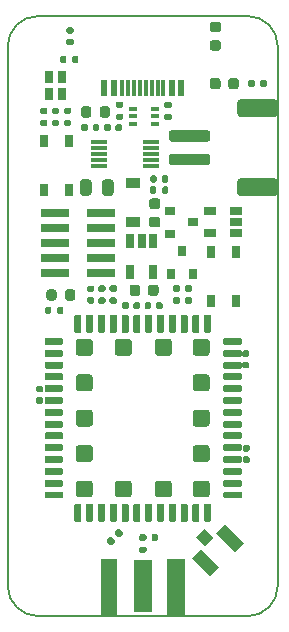
<source format=gtp>
G04 #@! TF.GenerationSoftware,KiCad,Pcbnew,(5.1.8)-1*
G04 #@! TF.CreationDate,2021-04-09T02:34:17+02:00*
G04 #@! TF.ProjectId,Penguino-STM32WL-M,50656e67-7569-46e6-9f2d-53544d333257,0.1*
G04 #@! TF.SameCoordinates,Original*
G04 #@! TF.FileFunction,Paste,Top*
G04 #@! TF.FilePolarity,Positive*
%FSLAX46Y46*%
G04 Gerber Fmt 4.6, Leading zero omitted, Abs format (unit mm)*
G04 Created by KiCad (PCBNEW (5.1.8)-1) date 2021-04-09 02:34:17*
%MOMM*%
%LPD*%
G01*
G04 APERTURE LIST*
G04 #@! TA.AperFunction,Profile*
%ADD10C,0.150000*%
G04 #@! TD*
%ADD11R,0.650000X0.400000*%
%ADD12R,1.200000X0.900000*%
%ADD13R,0.800000X1.000000*%
%ADD14R,2.400000X0.740000*%
%ADD15C,0.100000*%
%ADD16R,1.350000X4.700000*%
%ADD17R,1.500000X4.700000*%
%ADD18R,1.500000X4.400000*%
%ADD19R,0.900000X0.800000*%
%ADD20R,0.660000X1.050000*%
%ADD21R,1.060000X0.650000*%
%ADD22R,0.800000X0.900000*%
%ADD23R,1.400000X0.300000*%
%ADD24R,0.650000X1.220000*%
%ADD25R,0.300000X1.450000*%
%ADD26R,0.600000X1.450000*%
G04 APERTURE END LIST*
D10*
X127000000Y-119380000D02*
G75*
G02*
X124460000Y-116840000I0J2540000D01*
G01*
X147320000Y-116840000D02*
G75*
G02*
X144780000Y-119380000I-2540000J0D01*
G01*
X144780000Y-68580000D02*
G75*
G02*
X147320000Y-71120000I0J-2540000D01*
G01*
X124460000Y-71120000D02*
G75*
G02*
X127000000Y-68580000I2540000J0D01*
G01*
X124460000Y-116840000D02*
X124460000Y-71120000D01*
X144780000Y-119380000D02*
X127000000Y-119380000D01*
X147320000Y-71120000D02*
X147320000Y-116840000D01*
X127000000Y-68580000D02*
X144780000Y-68580000D01*
G36*
G01*
X138565000Y-92399999D02*
X138935000Y-92399999D01*
G75*
G02*
X139070000Y-92534999I0J-135000D01*
G01*
X139070000Y-92804999D01*
G75*
G02*
X138935000Y-92939999I-135000J0D01*
G01*
X138565000Y-92939999D01*
G75*
G02*
X138430000Y-92804999I0J135000D01*
G01*
X138430000Y-92534999D01*
G75*
G02*
X138565000Y-92399999I135000J0D01*
G01*
G37*
G36*
G01*
X138565000Y-91379999D02*
X138935000Y-91379999D01*
G75*
G02*
X139070000Y-91514999I0J-135000D01*
G01*
X139070000Y-91784999D01*
G75*
G02*
X138935000Y-91919999I-135000J0D01*
G01*
X138565000Y-91919999D01*
G75*
G02*
X138430000Y-91784999I0J135000D01*
G01*
X138430000Y-91514999D01*
G75*
G02*
X138565000Y-91379999I135000J0D01*
G01*
G37*
G36*
G01*
X133806327Y-112687625D02*
X133562375Y-112443673D01*
G75*
G02*
X133562375Y-112235077I104298J104298D01*
G01*
X133770971Y-112026481D01*
G75*
G02*
X133979567Y-112026481I104298J-104298D01*
G01*
X134223519Y-112270433D01*
G75*
G02*
X134223519Y-112479029I-104298J-104298D01*
G01*
X134014923Y-112687625D01*
G75*
G02*
X133806327Y-112687625I-104298J104298D01*
G01*
G37*
G36*
G01*
X133120433Y-113373519D02*
X132876481Y-113129567D01*
G75*
G02*
X132876481Y-112920971I104298J104298D01*
G01*
X133085077Y-112712375D01*
G75*
G02*
X133293673Y-112712375I104298J-104298D01*
G01*
X133537625Y-112956327D01*
G75*
G02*
X133537625Y-113164923I-104298J-104298D01*
G01*
X133329029Y-113373519D01*
G75*
G02*
X133120433Y-113373519I-104298J104298D01*
G01*
G37*
D11*
X135050000Y-77725000D03*
X135050000Y-76425000D03*
X136950000Y-77075000D03*
X135050000Y-77075000D03*
X136950000Y-76425000D03*
X136950000Y-77725000D03*
G36*
G01*
X143125000Y-74550000D02*
X143125000Y-74050000D01*
G75*
G02*
X143350000Y-73825000I225000J0D01*
G01*
X143800000Y-73825000D01*
G75*
G02*
X144025000Y-74050000I0J-225000D01*
G01*
X144025000Y-74550000D01*
G75*
G02*
X143800000Y-74775000I-225000J0D01*
G01*
X143350000Y-74775000D01*
G75*
G02*
X143125000Y-74550000I0J225000D01*
G01*
G37*
G36*
G01*
X141575000Y-74550000D02*
X141575000Y-74050000D01*
G75*
G02*
X141800000Y-73825000I225000J0D01*
G01*
X142250000Y-73825000D01*
G75*
G02*
X142475000Y-74050000I0J-225000D01*
G01*
X142475000Y-74550000D01*
G75*
G02*
X142250000Y-74775000I-225000J0D01*
G01*
X141800000Y-74775000D01*
G75*
G02*
X141575000Y-74550000I0J225000D01*
G01*
G37*
G36*
G01*
X137150000Y-84925000D02*
X136650000Y-84925000D01*
G75*
G02*
X136425000Y-84700000I0J225000D01*
G01*
X136425000Y-84250000D01*
G75*
G02*
X136650000Y-84025000I225000J0D01*
G01*
X137150000Y-84025000D01*
G75*
G02*
X137375000Y-84250000I0J-225000D01*
G01*
X137375000Y-84700000D01*
G75*
G02*
X137150000Y-84925000I-225000J0D01*
G01*
G37*
G36*
G01*
X137150000Y-86475000D02*
X136650000Y-86475000D01*
G75*
G02*
X136425000Y-86250000I0J225000D01*
G01*
X136425000Y-85800000D01*
G75*
G02*
X136650000Y-85575000I225000J0D01*
G01*
X137150000Y-85575000D01*
G75*
G02*
X137375000Y-85800000I0J-225000D01*
G01*
X137375000Y-86250000D01*
G75*
G02*
X137150000Y-86475000I-225000J0D01*
G01*
G37*
G36*
G01*
X134775000Y-92050000D02*
X134775000Y-91550000D01*
G75*
G02*
X135000000Y-91325000I225000J0D01*
G01*
X135450000Y-91325000D01*
G75*
G02*
X135675000Y-91550000I0J-225000D01*
G01*
X135675000Y-92050000D01*
G75*
G02*
X135450000Y-92275000I-225000J0D01*
G01*
X135000000Y-92275000D01*
G75*
G02*
X134775000Y-92050000I0J225000D01*
G01*
G37*
G36*
G01*
X136325000Y-92050000D02*
X136325000Y-91550000D01*
G75*
G02*
X136550000Y-91325000I225000J0D01*
G01*
X137000000Y-91325000D01*
G75*
G02*
X137225000Y-91550000I0J-225000D01*
G01*
X137225000Y-92050000D01*
G75*
G02*
X137000000Y-92275000I-225000J0D01*
G01*
X136550000Y-92275000D01*
G75*
G02*
X136325000Y-92050000I0J225000D01*
G01*
G37*
G36*
G01*
X141783750Y-70637500D02*
X142296250Y-70637500D01*
G75*
G02*
X142515000Y-70856250I0J-218750D01*
G01*
X142515000Y-71293750D01*
G75*
G02*
X142296250Y-71512500I-218750J0D01*
G01*
X141783750Y-71512500D01*
G75*
G02*
X141565000Y-71293750I0J218750D01*
G01*
X141565000Y-70856250D01*
G75*
G02*
X141783750Y-70637500I218750J0D01*
G01*
G37*
G36*
G01*
X141783750Y-69062500D02*
X142296250Y-69062500D01*
G75*
G02*
X142515000Y-69281250I0J-218750D01*
G01*
X142515000Y-69718750D01*
G75*
G02*
X142296250Y-69937500I-218750J0D01*
G01*
X141783750Y-69937500D01*
G75*
G02*
X141565000Y-69718750I0J218750D01*
G01*
X141565000Y-69281250D01*
G75*
G02*
X141783750Y-69062500I218750J0D01*
G01*
G37*
D12*
X135050000Y-86050000D03*
X135050000Y-82750000D03*
D13*
X127950000Y-75200000D03*
X127950000Y-73700000D03*
X129050000Y-73700000D03*
X129050000Y-75200000D03*
G36*
G01*
X127725000Y-92456250D02*
X127725000Y-91943750D01*
G75*
G02*
X127943750Y-91725000I218750J0D01*
G01*
X128381250Y-91725000D01*
G75*
G02*
X128600000Y-91943750I0J-218750D01*
G01*
X128600000Y-92456250D01*
G75*
G02*
X128381250Y-92675000I-218750J0D01*
G01*
X127943750Y-92675000D01*
G75*
G02*
X127725000Y-92456250I0J218750D01*
G01*
G37*
G36*
G01*
X129300000Y-92456250D02*
X129300000Y-91943750D01*
G75*
G02*
X129518750Y-91725000I218750J0D01*
G01*
X129956250Y-91725000D01*
G75*
G02*
X130175000Y-91943750I0J-218750D01*
G01*
X130175000Y-92456250D01*
G75*
G02*
X129956250Y-92675000I-218750J0D01*
G01*
X129518750Y-92675000D01*
G75*
G02*
X129300000Y-92456250I0J218750D01*
G01*
G37*
G36*
G01*
X130575000Y-83556250D02*
X130575000Y-82643750D01*
G75*
G02*
X130818750Y-82400000I243750J0D01*
G01*
X131306250Y-82400000D01*
G75*
G02*
X131550000Y-82643750I0J-243750D01*
G01*
X131550000Y-83556250D01*
G75*
G02*
X131306250Y-83800000I-243750J0D01*
G01*
X130818750Y-83800000D01*
G75*
G02*
X130575000Y-83556250I0J243750D01*
G01*
G37*
G36*
G01*
X132450000Y-83556250D02*
X132450000Y-82643750D01*
G75*
G02*
X132693750Y-82400000I243750J0D01*
G01*
X133181250Y-82400000D01*
G75*
G02*
X133425000Y-82643750I0J-243750D01*
G01*
X133425000Y-83556250D01*
G75*
G02*
X133181250Y-83800000I-243750J0D01*
G01*
X132693750Y-83800000D01*
G75*
G02*
X132450000Y-83556250I0J243750D01*
G01*
G37*
G36*
G01*
X133112500Y-76443750D02*
X133112500Y-76956250D01*
G75*
G02*
X132893750Y-77175000I-218750J0D01*
G01*
X132456250Y-77175000D01*
G75*
G02*
X132237500Y-76956250I0J218750D01*
G01*
X132237500Y-76443750D01*
G75*
G02*
X132456250Y-76225000I218750J0D01*
G01*
X132893750Y-76225000D01*
G75*
G02*
X133112500Y-76443750I0J-218750D01*
G01*
G37*
G36*
G01*
X131537500Y-76443750D02*
X131537500Y-76956250D01*
G75*
G02*
X131318750Y-77175000I-218750J0D01*
G01*
X130881250Y-77175000D01*
G75*
G02*
X130662500Y-76956250I0J218750D01*
G01*
X130662500Y-76443750D01*
G75*
G02*
X130881250Y-76225000I218750J0D01*
G01*
X131318750Y-76225000D01*
G75*
G02*
X131537500Y-76443750I0J-218750D01*
G01*
G37*
G36*
G01*
X141350000Y-81230000D02*
X138350000Y-81230000D01*
G75*
G02*
X138100000Y-80980000I0J250000D01*
G01*
X138100000Y-80480000D01*
G75*
G02*
X138350000Y-80230000I250000J0D01*
G01*
X141350000Y-80230000D01*
G75*
G02*
X141600000Y-80480000I0J-250000D01*
G01*
X141600000Y-80980000D01*
G75*
G02*
X141350000Y-81230000I-250000J0D01*
G01*
G37*
G36*
G01*
X141350000Y-79230000D02*
X138350000Y-79230000D01*
G75*
G02*
X138100000Y-78980000I0J250000D01*
G01*
X138100000Y-78480000D01*
G75*
G02*
X138350000Y-78230000I250000J0D01*
G01*
X141350000Y-78230000D01*
G75*
G02*
X141600000Y-78480000I0J-250000D01*
G01*
X141600000Y-78980000D01*
G75*
G02*
X141350000Y-79230000I-250000J0D01*
G01*
G37*
G36*
G01*
X147050000Y-83830000D02*
X144150000Y-83830000D01*
G75*
G02*
X143900000Y-83580000I0J250000D01*
G01*
X143900000Y-82580000D01*
G75*
G02*
X144150000Y-82330000I250000J0D01*
G01*
X147050000Y-82330000D01*
G75*
G02*
X147300000Y-82580000I0J-250000D01*
G01*
X147300000Y-83580000D01*
G75*
G02*
X147050000Y-83830000I-250000J0D01*
G01*
G37*
G36*
G01*
X147050000Y-77130000D02*
X144150000Y-77130000D01*
G75*
G02*
X143900000Y-76880000I0J250000D01*
G01*
X143900000Y-75880000D01*
G75*
G02*
X144150000Y-75630000I250000J0D01*
G01*
X147050000Y-75630000D01*
G75*
G02*
X147300000Y-75880000I0J-250000D01*
G01*
X147300000Y-76880000D01*
G75*
G02*
X147050000Y-77130000I-250000J0D01*
G01*
G37*
D14*
X132350000Y-90340000D03*
X128450000Y-90340000D03*
X132350000Y-89070000D03*
X128450000Y-89070000D03*
X132350000Y-87800000D03*
X128450000Y-87800000D03*
X132350000Y-86530000D03*
X128450000Y-86530000D03*
X132350000Y-85260000D03*
X128450000Y-85260000D03*
D15*
G36*
X140043844Y-114447272D02*
G01*
X140786307Y-113704809D01*
X142341942Y-115260444D01*
X141599479Y-116002907D01*
X140043844Y-114447272D01*
G37*
G36*
X140432754Y-112714860D02*
G01*
X141139860Y-112007754D01*
X141882322Y-112750216D01*
X141175216Y-113457322D01*
X140432754Y-112714860D01*
G37*
G36*
X142129809Y-112361307D02*
G01*
X142872272Y-111618844D01*
X144427907Y-113174479D01*
X143685444Y-113916942D01*
X142129809Y-112361307D01*
G37*
D16*
X133065000Y-116880000D03*
D17*
X138715000Y-116880000D03*
D18*
X135890000Y-116857000D03*
D19*
X138173000Y-85092500D03*
X138173000Y-86992500D03*
X140173000Y-86042500D03*
G36*
G01*
X129905000Y-72448000D02*
X129905000Y-72078000D01*
G75*
G02*
X130040000Y-71943000I135000J0D01*
G01*
X130310000Y-71943000D01*
G75*
G02*
X130445000Y-72078000I0J-135000D01*
G01*
X130445000Y-72448000D01*
G75*
G02*
X130310000Y-72583000I-135000J0D01*
G01*
X130040000Y-72583000D01*
G75*
G02*
X129905000Y-72448000I0J135000D01*
G01*
G37*
G36*
G01*
X128885000Y-72448000D02*
X128885000Y-72078000D01*
G75*
G02*
X129020000Y-71943000I135000J0D01*
G01*
X129290000Y-71943000D01*
G75*
G02*
X129425000Y-72078000I0J-135000D01*
G01*
X129425000Y-72448000D01*
G75*
G02*
X129290000Y-72583000I-135000J0D01*
G01*
X129020000Y-72583000D01*
G75*
G02*
X128885000Y-72448000I0J135000D01*
G01*
G37*
G36*
G01*
X145350001Y-74115000D02*
X145350001Y-74485000D01*
G75*
G02*
X145215001Y-74620000I-135000J0D01*
G01*
X144945001Y-74620000D01*
G75*
G02*
X144810001Y-74485000I0J135000D01*
G01*
X144810001Y-74115000D01*
G75*
G02*
X144945001Y-73980000I135000J0D01*
G01*
X145215001Y-73980000D01*
G75*
G02*
X145350001Y-74115000I0J-135000D01*
G01*
G37*
G36*
G01*
X146370001Y-74115000D02*
X146370001Y-74485000D01*
G75*
G02*
X146235001Y-74620000I-135000J0D01*
G01*
X145965001Y-74620000D01*
G75*
G02*
X145830001Y-74485000I0J135000D01*
G01*
X145830001Y-74115000D01*
G75*
G02*
X145965001Y-73980000I135000J0D01*
G01*
X146235001Y-73980000D01*
G75*
G02*
X146370001Y-74115000I0J-135000D01*
G01*
G37*
G36*
G01*
X138055000Y-83140000D02*
X138055000Y-83510000D01*
G75*
G02*
X137920000Y-83645000I-135000J0D01*
G01*
X137650000Y-83645000D01*
G75*
G02*
X137515000Y-83510000I0J135000D01*
G01*
X137515000Y-83140000D01*
G75*
G02*
X137650000Y-83005000I135000J0D01*
G01*
X137920000Y-83005000D01*
G75*
G02*
X138055000Y-83140000I0J-135000D01*
G01*
G37*
G36*
G01*
X137035000Y-83140000D02*
X137035000Y-83510000D01*
G75*
G02*
X136900000Y-83645000I-135000J0D01*
G01*
X136630000Y-83645000D01*
G75*
G02*
X136495000Y-83510000I0J135000D01*
G01*
X136495000Y-83140000D01*
G75*
G02*
X136630000Y-83005000I135000J0D01*
G01*
X136900000Y-83005000D01*
G75*
G02*
X137035000Y-83140000I0J-135000D01*
G01*
G37*
G36*
G01*
X128315000Y-76345000D02*
X128685000Y-76345000D01*
G75*
G02*
X128820000Y-76480000I0J-135000D01*
G01*
X128820000Y-76750000D01*
G75*
G02*
X128685000Y-76885000I-135000J0D01*
G01*
X128315000Y-76885000D01*
G75*
G02*
X128180000Y-76750000I0J135000D01*
G01*
X128180000Y-76480000D01*
G75*
G02*
X128315000Y-76345000I135000J0D01*
G01*
G37*
G36*
G01*
X128315000Y-77365000D02*
X128685000Y-77365000D01*
G75*
G02*
X128820000Y-77500000I0J-135000D01*
G01*
X128820000Y-77770000D01*
G75*
G02*
X128685000Y-77905000I-135000J0D01*
G01*
X128315000Y-77905000D01*
G75*
G02*
X128180000Y-77770000I0J135000D01*
G01*
X128180000Y-77500000D01*
G75*
G02*
X128315000Y-77365000I135000J0D01*
G01*
G37*
G36*
G01*
X129340000Y-77365000D02*
X129710000Y-77365000D01*
G75*
G02*
X129845000Y-77500000I0J-135000D01*
G01*
X129845000Y-77770000D01*
G75*
G02*
X129710000Y-77905000I-135000J0D01*
G01*
X129340000Y-77905000D01*
G75*
G02*
X129205000Y-77770000I0J135000D01*
G01*
X129205000Y-77500000D01*
G75*
G02*
X129340000Y-77365000I135000J0D01*
G01*
G37*
G36*
G01*
X129340000Y-76345000D02*
X129710000Y-76345000D01*
G75*
G02*
X129845000Y-76480000I0J-135000D01*
G01*
X129845000Y-76750000D01*
G75*
G02*
X129710000Y-76885000I-135000J0D01*
G01*
X129340000Y-76885000D01*
G75*
G02*
X129205000Y-76750000I0J135000D01*
G01*
X129205000Y-76480000D01*
G75*
G02*
X129340000Y-76345000I135000J0D01*
G01*
G37*
G36*
G01*
X127315000Y-76345000D02*
X127685000Y-76345000D01*
G75*
G02*
X127820000Y-76480000I0J-135000D01*
G01*
X127820000Y-76750000D01*
G75*
G02*
X127685000Y-76885000I-135000J0D01*
G01*
X127315000Y-76885000D01*
G75*
G02*
X127180000Y-76750000I0J135000D01*
G01*
X127180000Y-76480000D01*
G75*
G02*
X127315000Y-76345000I135000J0D01*
G01*
G37*
G36*
G01*
X127315000Y-77365000D02*
X127685000Y-77365000D01*
G75*
G02*
X127820000Y-77500000I0J-135000D01*
G01*
X127820000Y-77770000D01*
G75*
G02*
X127685000Y-77905000I-135000J0D01*
G01*
X127315000Y-77905000D01*
G75*
G02*
X127180000Y-77770000I0J135000D01*
G01*
X127180000Y-77500000D01*
G75*
G02*
X127315000Y-77365000I135000J0D01*
G01*
G37*
G36*
G01*
X128635000Y-93685000D02*
X128635000Y-93315000D01*
G75*
G02*
X128770000Y-93180000I135000J0D01*
G01*
X129040000Y-93180000D01*
G75*
G02*
X129175000Y-93315000I0J-135000D01*
G01*
X129175000Y-93685000D01*
G75*
G02*
X129040000Y-93820000I-135000J0D01*
G01*
X128770000Y-93820000D01*
G75*
G02*
X128635000Y-93685000I0J135000D01*
G01*
G37*
G36*
G01*
X127615000Y-93685000D02*
X127615000Y-93315000D01*
G75*
G02*
X127750000Y-93180000I135000J0D01*
G01*
X128020000Y-93180000D01*
G75*
G02*
X128155000Y-93315000I0J-135000D01*
G01*
X128155000Y-93685000D01*
G75*
G02*
X128020000Y-93820000I-135000J0D01*
G01*
X127750000Y-93820000D01*
G75*
G02*
X127615000Y-93685000I0J135000D01*
G01*
G37*
G36*
G01*
X133197500Y-91377000D02*
X133567500Y-91377000D01*
G75*
G02*
X133702500Y-91512000I0J-135000D01*
G01*
X133702500Y-91782000D01*
G75*
G02*
X133567500Y-91917000I-135000J0D01*
G01*
X133197500Y-91917000D01*
G75*
G02*
X133062500Y-91782000I0J135000D01*
G01*
X133062500Y-91512000D01*
G75*
G02*
X133197500Y-91377000I135000J0D01*
G01*
G37*
G36*
G01*
X133197500Y-92397000D02*
X133567500Y-92397000D01*
G75*
G02*
X133702500Y-92532000I0J-135000D01*
G01*
X133702500Y-92802000D01*
G75*
G02*
X133567500Y-92937000I-135000J0D01*
G01*
X133197500Y-92937000D01*
G75*
G02*
X133062500Y-92802000I0J135000D01*
G01*
X133062500Y-92532000D01*
G75*
G02*
X133197500Y-92397000I135000J0D01*
G01*
G37*
G36*
G01*
X132615000Y-92940999D02*
X132245000Y-92940999D01*
G75*
G02*
X132110000Y-92805999I0J135000D01*
G01*
X132110000Y-92535999D01*
G75*
G02*
X132245000Y-92400999I135000J0D01*
G01*
X132615000Y-92400999D01*
G75*
G02*
X132750000Y-92535999I0J-135000D01*
G01*
X132750000Y-92805999D01*
G75*
G02*
X132615000Y-92940999I-135000J0D01*
G01*
G37*
G36*
G01*
X132615000Y-91920999D02*
X132245000Y-91920999D01*
G75*
G02*
X132110000Y-91785999I0J135000D01*
G01*
X132110000Y-91515999D01*
G75*
G02*
X132245000Y-91380999I135000J0D01*
G01*
X132615000Y-91380999D01*
G75*
G02*
X132750000Y-91515999I0J-135000D01*
G01*
X132750000Y-91785999D01*
G75*
G02*
X132615000Y-91920999I-135000J0D01*
G01*
G37*
G36*
G01*
X135620000Y-112913632D02*
X135620000Y-112543632D01*
G75*
G02*
X135755000Y-112408632I135000J0D01*
G01*
X136025000Y-112408632D01*
G75*
G02*
X136160000Y-112543632I0J-135000D01*
G01*
X136160000Y-112913632D01*
G75*
G02*
X136025000Y-113048632I-135000J0D01*
G01*
X135755000Y-113048632D01*
G75*
G02*
X135620000Y-112913632I0J135000D01*
G01*
G37*
G36*
G01*
X136640000Y-112913632D02*
X136640000Y-112543632D01*
G75*
G02*
X136775000Y-112408632I135000J0D01*
G01*
X137045000Y-112408632D01*
G75*
G02*
X137180000Y-112543632I0J-135000D01*
G01*
X137180000Y-112913632D01*
G75*
G02*
X137045000Y-113048632I-135000J0D01*
G01*
X136775000Y-113048632D01*
G75*
G02*
X136640000Y-112913632I0J135000D01*
G01*
G37*
G36*
G01*
X136075000Y-113016500D02*
X135705000Y-113016500D01*
G75*
G02*
X135570000Y-112881500I0J135000D01*
G01*
X135570000Y-112611500D01*
G75*
G02*
X135705000Y-112476500I135000J0D01*
G01*
X136075000Y-112476500D01*
G75*
G02*
X136210000Y-112611500I0J-135000D01*
G01*
X136210000Y-112881500D01*
G75*
G02*
X136075000Y-113016500I-135000J0D01*
G01*
G37*
G36*
G01*
X136075000Y-114036500D02*
X135705000Y-114036500D01*
G75*
G02*
X135570000Y-113901500I0J135000D01*
G01*
X135570000Y-113631500D01*
G75*
G02*
X135705000Y-113496500I135000J0D01*
G01*
X136075000Y-113496500D01*
G75*
G02*
X136210000Y-113631500I0J-135000D01*
G01*
X136210000Y-113901500D01*
G75*
G02*
X136075000Y-114036500I-135000J0D01*
G01*
G37*
D20*
X127530000Y-83275000D03*
X129670000Y-83275000D03*
X127530000Y-79125000D03*
X129670000Y-79125000D03*
X143820000Y-88575000D03*
X141680000Y-88575000D03*
X143820000Y-92725000D03*
X141680000Y-92725000D03*
D21*
X141600000Y-86950000D03*
X141600000Y-85050000D03*
X143800000Y-85050000D03*
X143800000Y-86000000D03*
X143800000Y-86950000D03*
D22*
X139200000Y-88450000D03*
X140150000Y-90450000D03*
X138250000Y-90450000D03*
D23*
X132150000Y-79275000D03*
X132150000Y-79775000D03*
X132150000Y-80275000D03*
X132150000Y-80775000D03*
X132150000Y-81275000D03*
X136550000Y-81275000D03*
X136550000Y-80775000D03*
X136550000Y-80275000D03*
X136550000Y-79775000D03*
X136550000Y-79275000D03*
G36*
G01*
X134731320Y-97340000D02*
X133748680Y-97340000D01*
G75*
G02*
X133530000Y-97121320I0J218680D01*
G01*
X133530000Y-96138680D01*
G75*
G02*
X133748680Y-95920000I218680J0D01*
G01*
X134731320Y-95920000D01*
G75*
G02*
X134950000Y-96138680I0J-218680D01*
G01*
X134950000Y-97121320D01*
G75*
G02*
X134731320Y-97340000I-218680J0D01*
G01*
G37*
G36*
G01*
X138131320Y-97340000D02*
X137148680Y-97340000D01*
G75*
G02*
X136930000Y-97121320I0J218680D01*
G01*
X136930000Y-96138680D01*
G75*
G02*
X137148680Y-95920000I218680J0D01*
G01*
X138131320Y-95920000D01*
G75*
G02*
X138350000Y-96138680I0J-218680D01*
G01*
X138350000Y-97121320D01*
G75*
G02*
X138131320Y-97340000I-218680J0D01*
G01*
G37*
G36*
G01*
X138131320Y-109340000D02*
X137148680Y-109340000D01*
G75*
G02*
X136930000Y-109121320I0J218680D01*
G01*
X136930000Y-108138680D01*
G75*
G02*
X137148680Y-107920000I218680J0D01*
G01*
X138131320Y-107920000D01*
G75*
G02*
X138350000Y-108138680I0J-218680D01*
G01*
X138350000Y-109121320D01*
G75*
G02*
X138131320Y-109340000I-218680J0D01*
G01*
G37*
G36*
G01*
X134731320Y-109340000D02*
X133748680Y-109340000D01*
G75*
G02*
X133530000Y-109121320I0J218680D01*
G01*
X133530000Y-108138680D01*
G75*
G02*
X133748680Y-107920000I218680J0D01*
G01*
X134731320Y-107920000D01*
G75*
G02*
X134950000Y-108138680I0J-218680D01*
G01*
X134950000Y-109121320D01*
G75*
G02*
X134731320Y-109340000I-218680J0D01*
G01*
G37*
G36*
G01*
X131431320Y-97340000D02*
X130448680Y-97340000D01*
G75*
G02*
X130230000Y-97121320I0J218680D01*
G01*
X130230000Y-96138680D01*
G75*
G02*
X130448680Y-95920000I218680J0D01*
G01*
X131431320Y-95920000D01*
G75*
G02*
X131650000Y-96138680I0J-218680D01*
G01*
X131650000Y-97121320D01*
G75*
G02*
X131431320Y-97340000I-218680J0D01*
G01*
G37*
G36*
G01*
X131431320Y-100340000D02*
X130448680Y-100340000D01*
G75*
G02*
X130230000Y-100121320I0J218680D01*
G01*
X130230000Y-99138680D01*
G75*
G02*
X130448680Y-98920000I218680J0D01*
G01*
X131431320Y-98920000D01*
G75*
G02*
X131650000Y-99138680I0J-218680D01*
G01*
X131650000Y-100121320D01*
G75*
G02*
X131431320Y-100340000I-218680J0D01*
G01*
G37*
G36*
G01*
X131431320Y-103340000D02*
X130448680Y-103340000D01*
G75*
G02*
X130230000Y-103121320I0J218680D01*
G01*
X130230000Y-102138680D01*
G75*
G02*
X130448680Y-101920000I218680J0D01*
G01*
X131431320Y-101920000D01*
G75*
G02*
X131650000Y-102138680I0J-218680D01*
G01*
X131650000Y-103121320D01*
G75*
G02*
X131431320Y-103340000I-218680J0D01*
G01*
G37*
G36*
G01*
X131431320Y-106340000D02*
X130448680Y-106340000D01*
G75*
G02*
X130230000Y-106121320I0J218680D01*
G01*
X130230000Y-105138680D01*
G75*
G02*
X130448680Y-104920000I218680J0D01*
G01*
X131431320Y-104920000D01*
G75*
G02*
X131650000Y-105138680I0J-218680D01*
G01*
X131650000Y-106121320D01*
G75*
G02*
X131431320Y-106340000I-218680J0D01*
G01*
G37*
G36*
G01*
X131431320Y-109340000D02*
X130448680Y-109340000D01*
G75*
G02*
X130230000Y-109121320I0J218680D01*
G01*
X130230000Y-108138680D01*
G75*
G02*
X130448680Y-107920000I218680J0D01*
G01*
X131431320Y-107920000D01*
G75*
G02*
X131650000Y-108138680I0J-218680D01*
G01*
X131650000Y-109121320D01*
G75*
G02*
X131431320Y-109340000I-218680J0D01*
G01*
G37*
G36*
G01*
X141331320Y-106340000D02*
X140348680Y-106340000D01*
G75*
G02*
X140130000Y-106121320I0J218680D01*
G01*
X140130000Y-105138680D01*
G75*
G02*
X140348680Y-104920000I218680J0D01*
G01*
X141331320Y-104920000D01*
G75*
G02*
X141550000Y-105138680I0J-218680D01*
G01*
X141550000Y-106121320D01*
G75*
G02*
X141331320Y-106340000I-218680J0D01*
G01*
G37*
G36*
G01*
X141331320Y-97340000D02*
X140348680Y-97340000D01*
G75*
G02*
X140130000Y-97121320I0J218680D01*
G01*
X140130000Y-96138680D01*
G75*
G02*
X140348680Y-95920000I218680J0D01*
G01*
X141331320Y-95920000D01*
G75*
G02*
X141550000Y-96138680I0J-218680D01*
G01*
X141550000Y-97121320D01*
G75*
G02*
X141331320Y-97340000I-218680J0D01*
G01*
G37*
G36*
G01*
X141331320Y-100340000D02*
X140348680Y-100340000D01*
G75*
G02*
X140130000Y-100121320I0J218680D01*
G01*
X140130000Y-99138680D01*
G75*
G02*
X140348680Y-98920000I218680J0D01*
G01*
X141331320Y-98920000D01*
G75*
G02*
X141550000Y-99138680I0J-218680D01*
G01*
X141550000Y-100121320D01*
G75*
G02*
X141331320Y-100340000I-218680J0D01*
G01*
G37*
G36*
G01*
X141331320Y-103340000D02*
X140348680Y-103340000D01*
G75*
G02*
X140130000Y-103121320I0J218680D01*
G01*
X140130000Y-102138680D01*
G75*
G02*
X140348680Y-101920000I218680J0D01*
G01*
X141331320Y-101920000D01*
G75*
G02*
X141550000Y-102138680I0J-218680D01*
G01*
X141550000Y-103121320D01*
G75*
G02*
X141331320Y-103340000I-218680J0D01*
G01*
G37*
G36*
G01*
X141331320Y-109340000D02*
X140348680Y-109340000D01*
G75*
G02*
X140130000Y-109121320I0J218680D01*
G01*
X140130000Y-108138680D01*
G75*
G02*
X140348680Y-107920000I218680J0D01*
G01*
X141331320Y-107920000D01*
G75*
G02*
X141550000Y-108138680I0J-218680D01*
G01*
X141550000Y-109121320D01*
G75*
G02*
X141331320Y-109340000I-218680J0D01*
G01*
G37*
G36*
G01*
X130594140Y-111400000D02*
X130185860Y-111400000D01*
G75*
G02*
X130095000Y-111309140I0J90860D01*
G01*
X130095000Y-109950860D01*
G75*
G02*
X130185860Y-109860000I90860J0D01*
G01*
X130594140Y-109860000D01*
G75*
G02*
X130685000Y-109950860I0J-90860D01*
G01*
X130685000Y-111309140D01*
G75*
G02*
X130594140Y-111400000I-90860J0D01*
G01*
G37*
G36*
G01*
X131594140Y-111400000D02*
X131185860Y-111400000D01*
G75*
G02*
X131095000Y-111309140I0J90860D01*
G01*
X131095000Y-109950860D01*
G75*
G02*
X131185860Y-109860000I90860J0D01*
G01*
X131594140Y-109860000D01*
G75*
G02*
X131685000Y-109950860I0J-90860D01*
G01*
X131685000Y-111309140D01*
G75*
G02*
X131594140Y-111400000I-90860J0D01*
G01*
G37*
G36*
G01*
X132594140Y-111400000D02*
X132185860Y-111400000D01*
G75*
G02*
X132095000Y-111309140I0J90860D01*
G01*
X132095000Y-109950860D01*
G75*
G02*
X132185860Y-109860000I90860J0D01*
G01*
X132594140Y-109860000D01*
G75*
G02*
X132685000Y-109950860I0J-90860D01*
G01*
X132685000Y-111309140D01*
G75*
G02*
X132594140Y-111400000I-90860J0D01*
G01*
G37*
G36*
G01*
X133594140Y-111400000D02*
X133185860Y-111400000D01*
G75*
G02*
X133095000Y-111309140I0J90860D01*
G01*
X133095000Y-109950860D01*
G75*
G02*
X133185860Y-109860000I90860J0D01*
G01*
X133594140Y-109860000D01*
G75*
G02*
X133685000Y-109950860I0J-90860D01*
G01*
X133685000Y-111309140D01*
G75*
G02*
X133594140Y-111400000I-90860J0D01*
G01*
G37*
G36*
G01*
X134594140Y-111400000D02*
X134185860Y-111400000D01*
G75*
G02*
X134095000Y-111309140I0J90860D01*
G01*
X134095000Y-109950860D01*
G75*
G02*
X134185860Y-109860000I90860J0D01*
G01*
X134594140Y-109860000D01*
G75*
G02*
X134685000Y-109950860I0J-90860D01*
G01*
X134685000Y-111309140D01*
G75*
G02*
X134594140Y-111400000I-90860J0D01*
G01*
G37*
G36*
G01*
X135594140Y-111400000D02*
X135185860Y-111400000D01*
G75*
G02*
X135095000Y-111309140I0J90860D01*
G01*
X135095000Y-109950860D01*
G75*
G02*
X135185860Y-109860000I90860J0D01*
G01*
X135594140Y-109860000D01*
G75*
G02*
X135685000Y-109950860I0J-90860D01*
G01*
X135685000Y-111309140D01*
G75*
G02*
X135594140Y-111400000I-90860J0D01*
G01*
G37*
G36*
G01*
X136594140Y-111400000D02*
X136185860Y-111400000D01*
G75*
G02*
X136095000Y-111309140I0J90860D01*
G01*
X136095000Y-109950860D01*
G75*
G02*
X136185860Y-109860000I90860J0D01*
G01*
X136594140Y-109860000D01*
G75*
G02*
X136685000Y-109950860I0J-90860D01*
G01*
X136685000Y-111309140D01*
G75*
G02*
X136594140Y-111400000I-90860J0D01*
G01*
G37*
G36*
G01*
X137594140Y-111400000D02*
X137185860Y-111400000D01*
G75*
G02*
X137095000Y-111309140I0J90860D01*
G01*
X137095000Y-109950860D01*
G75*
G02*
X137185860Y-109860000I90860J0D01*
G01*
X137594140Y-109860000D01*
G75*
G02*
X137685000Y-109950860I0J-90860D01*
G01*
X137685000Y-111309140D01*
G75*
G02*
X137594140Y-111400000I-90860J0D01*
G01*
G37*
G36*
G01*
X138594140Y-111400000D02*
X138185860Y-111400000D01*
G75*
G02*
X138095000Y-111309140I0J90860D01*
G01*
X138095000Y-109950860D01*
G75*
G02*
X138185860Y-109860000I90860J0D01*
G01*
X138594140Y-109860000D01*
G75*
G02*
X138685000Y-109950860I0J-90860D01*
G01*
X138685000Y-111309140D01*
G75*
G02*
X138594140Y-111400000I-90860J0D01*
G01*
G37*
G36*
G01*
X139594140Y-111400000D02*
X139185860Y-111400000D01*
G75*
G02*
X139095000Y-111309140I0J90860D01*
G01*
X139095000Y-109950860D01*
G75*
G02*
X139185860Y-109860000I90860J0D01*
G01*
X139594140Y-109860000D01*
G75*
G02*
X139685000Y-109950860I0J-90860D01*
G01*
X139685000Y-111309140D01*
G75*
G02*
X139594140Y-111400000I-90860J0D01*
G01*
G37*
G36*
G01*
X140594140Y-111400000D02*
X140185860Y-111400000D01*
G75*
G02*
X140095000Y-111309140I0J90860D01*
G01*
X140095000Y-109950860D01*
G75*
G02*
X140185860Y-109860000I90860J0D01*
G01*
X140594140Y-109860000D01*
G75*
G02*
X140685000Y-109950860I0J-90860D01*
G01*
X140685000Y-111309140D01*
G75*
G02*
X140594140Y-111400000I-90860J0D01*
G01*
G37*
G36*
G01*
X127570000Y-96334140D02*
X127570000Y-95925860D01*
G75*
G02*
X127660860Y-95835000I90860J0D01*
G01*
X129019140Y-95835000D01*
G75*
G02*
X129110000Y-95925860I0J-90860D01*
G01*
X129110000Y-96334140D01*
G75*
G02*
X129019140Y-96425000I-90860J0D01*
G01*
X127660860Y-96425000D01*
G75*
G02*
X127570000Y-96334140I0J90860D01*
G01*
G37*
G36*
G01*
X127570000Y-97334140D02*
X127570000Y-96925860D01*
G75*
G02*
X127660860Y-96835000I90860J0D01*
G01*
X129019140Y-96835000D01*
G75*
G02*
X129110000Y-96925860I0J-90860D01*
G01*
X129110000Y-97334140D01*
G75*
G02*
X129019140Y-97425000I-90860J0D01*
G01*
X127660860Y-97425000D01*
G75*
G02*
X127570000Y-97334140I0J90860D01*
G01*
G37*
G36*
G01*
X127570000Y-98334140D02*
X127570000Y-97925860D01*
G75*
G02*
X127660860Y-97835000I90860J0D01*
G01*
X129019140Y-97835000D01*
G75*
G02*
X129110000Y-97925860I0J-90860D01*
G01*
X129110000Y-98334140D01*
G75*
G02*
X129019140Y-98425000I-90860J0D01*
G01*
X127660860Y-98425000D01*
G75*
G02*
X127570000Y-98334140I0J90860D01*
G01*
G37*
G36*
G01*
X127570000Y-99334140D02*
X127570000Y-98925860D01*
G75*
G02*
X127660860Y-98835000I90860J0D01*
G01*
X129019140Y-98835000D01*
G75*
G02*
X129110000Y-98925860I0J-90860D01*
G01*
X129110000Y-99334140D01*
G75*
G02*
X129019140Y-99425000I-90860J0D01*
G01*
X127660860Y-99425000D01*
G75*
G02*
X127570000Y-99334140I0J90860D01*
G01*
G37*
G36*
G01*
X127570000Y-100334140D02*
X127570000Y-99925860D01*
G75*
G02*
X127660860Y-99835000I90860J0D01*
G01*
X129019140Y-99835000D01*
G75*
G02*
X129110000Y-99925860I0J-90860D01*
G01*
X129110000Y-100334140D01*
G75*
G02*
X129019140Y-100425000I-90860J0D01*
G01*
X127660860Y-100425000D01*
G75*
G02*
X127570000Y-100334140I0J90860D01*
G01*
G37*
G36*
G01*
X127570000Y-101334140D02*
X127570000Y-100925860D01*
G75*
G02*
X127660860Y-100835000I90860J0D01*
G01*
X129019140Y-100835000D01*
G75*
G02*
X129110000Y-100925860I0J-90860D01*
G01*
X129110000Y-101334140D01*
G75*
G02*
X129019140Y-101425000I-90860J0D01*
G01*
X127660860Y-101425000D01*
G75*
G02*
X127570000Y-101334140I0J90860D01*
G01*
G37*
G36*
G01*
X127570000Y-102334140D02*
X127570000Y-101925860D01*
G75*
G02*
X127660860Y-101835000I90860J0D01*
G01*
X129019140Y-101835000D01*
G75*
G02*
X129110000Y-101925860I0J-90860D01*
G01*
X129110000Y-102334140D01*
G75*
G02*
X129019140Y-102425000I-90860J0D01*
G01*
X127660860Y-102425000D01*
G75*
G02*
X127570000Y-102334140I0J90860D01*
G01*
G37*
G36*
G01*
X127570000Y-103334140D02*
X127570000Y-102925860D01*
G75*
G02*
X127660860Y-102835000I90860J0D01*
G01*
X129019140Y-102835000D01*
G75*
G02*
X129110000Y-102925860I0J-90860D01*
G01*
X129110000Y-103334140D01*
G75*
G02*
X129019140Y-103425000I-90860J0D01*
G01*
X127660860Y-103425000D01*
G75*
G02*
X127570000Y-103334140I0J90860D01*
G01*
G37*
G36*
G01*
X127570000Y-104334140D02*
X127570000Y-103925860D01*
G75*
G02*
X127660860Y-103835000I90860J0D01*
G01*
X129019140Y-103835000D01*
G75*
G02*
X129110000Y-103925860I0J-90860D01*
G01*
X129110000Y-104334140D01*
G75*
G02*
X129019140Y-104425000I-90860J0D01*
G01*
X127660860Y-104425000D01*
G75*
G02*
X127570000Y-104334140I0J90860D01*
G01*
G37*
G36*
G01*
X127570000Y-105334140D02*
X127570000Y-104925860D01*
G75*
G02*
X127660860Y-104835000I90860J0D01*
G01*
X129019140Y-104835000D01*
G75*
G02*
X129110000Y-104925860I0J-90860D01*
G01*
X129110000Y-105334140D01*
G75*
G02*
X129019140Y-105425000I-90860J0D01*
G01*
X127660860Y-105425000D01*
G75*
G02*
X127570000Y-105334140I0J90860D01*
G01*
G37*
G36*
G01*
X127570000Y-106334140D02*
X127570000Y-105925860D01*
G75*
G02*
X127660860Y-105835000I90860J0D01*
G01*
X129019140Y-105835000D01*
G75*
G02*
X129110000Y-105925860I0J-90860D01*
G01*
X129110000Y-106334140D01*
G75*
G02*
X129019140Y-106425000I-90860J0D01*
G01*
X127660860Y-106425000D01*
G75*
G02*
X127570000Y-106334140I0J90860D01*
G01*
G37*
G36*
G01*
X127570000Y-107334140D02*
X127570000Y-106925860D01*
G75*
G02*
X127660860Y-106835000I90860J0D01*
G01*
X129019140Y-106835000D01*
G75*
G02*
X129110000Y-106925860I0J-90860D01*
G01*
X129110000Y-107334140D01*
G75*
G02*
X129019140Y-107425000I-90860J0D01*
G01*
X127660860Y-107425000D01*
G75*
G02*
X127570000Y-107334140I0J90860D01*
G01*
G37*
G36*
G01*
X127570000Y-108334140D02*
X127570000Y-107925860D01*
G75*
G02*
X127660860Y-107835000I90860J0D01*
G01*
X129019140Y-107835000D01*
G75*
G02*
X129110000Y-107925860I0J-90860D01*
G01*
X129110000Y-108334140D01*
G75*
G02*
X129019140Y-108425000I-90860J0D01*
G01*
X127660860Y-108425000D01*
G75*
G02*
X127570000Y-108334140I0J90860D01*
G01*
G37*
G36*
G01*
X130594140Y-95400000D02*
X130185860Y-95400000D01*
G75*
G02*
X130095000Y-95309140I0J90860D01*
G01*
X130095000Y-93950860D01*
G75*
G02*
X130185860Y-93860000I90860J0D01*
G01*
X130594140Y-93860000D01*
G75*
G02*
X130685000Y-93950860I0J-90860D01*
G01*
X130685000Y-95309140D01*
G75*
G02*
X130594140Y-95400000I-90860J0D01*
G01*
G37*
G36*
G01*
X131594140Y-95400000D02*
X131185860Y-95400000D01*
G75*
G02*
X131095000Y-95309140I0J90860D01*
G01*
X131095000Y-93950860D01*
G75*
G02*
X131185860Y-93860000I90860J0D01*
G01*
X131594140Y-93860000D01*
G75*
G02*
X131685000Y-93950860I0J-90860D01*
G01*
X131685000Y-95309140D01*
G75*
G02*
X131594140Y-95400000I-90860J0D01*
G01*
G37*
G36*
G01*
X132594140Y-95400000D02*
X132185860Y-95400000D01*
G75*
G02*
X132095000Y-95309140I0J90860D01*
G01*
X132095000Y-93950860D01*
G75*
G02*
X132185860Y-93860000I90860J0D01*
G01*
X132594140Y-93860000D01*
G75*
G02*
X132685000Y-93950860I0J-90860D01*
G01*
X132685000Y-95309140D01*
G75*
G02*
X132594140Y-95400000I-90860J0D01*
G01*
G37*
G36*
G01*
X133594140Y-95400000D02*
X133185860Y-95400000D01*
G75*
G02*
X133095000Y-95309140I0J90860D01*
G01*
X133095000Y-93950860D01*
G75*
G02*
X133185860Y-93860000I90860J0D01*
G01*
X133594140Y-93860000D01*
G75*
G02*
X133685000Y-93950860I0J-90860D01*
G01*
X133685000Y-95309140D01*
G75*
G02*
X133594140Y-95400000I-90860J0D01*
G01*
G37*
G36*
G01*
X134594140Y-95400000D02*
X134185860Y-95400000D01*
G75*
G02*
X134095000Y-95309140I0J90860D01*
G01*
X134095000Y-93950860D01*
G75*
G02*
X134185860Y-93860000I90860J0D01*
G01*
X134594140Y-93860000D01*
G75*
G02*
X134685000Y-93950860I0J-90860D01*
G01*
X134685000Y-95309140D01*
G75*
G02*
X134594140Y-95400000I-90860J0D01*
G01*
G37*
G36*
G01*
X135594140Y-95400000D02*
X135185860Y-95400000D01*
G75*
G02*
X135095000Y-95309140I0J90860D01*
G01*
X135095000Y-93950860D01*
G75*
G02*
X135185860Y-93860000I90860J0D01*
G01*
X135594140Y-93860000D01*
G75*
G02*
X135685000Y-93950860I0J-90860D01*
G01*
X135685000Y-95309140D01*
G75*
G02*
X135594140Y-95400000I-90860J0D01*
G01*
G37*
G36*
G01*
X136594140Y-95400000D02*
X136185860Y-95400000D01*
G75*
G02*
X136095000Y-95309140I0J90860D01*
G01*
X136095000Y-93950860D01*
G75*
G02*
X136185860Y-93860000I90860J0D01*
G01*
X136594140Y-93860000D01*
G75*
G02*
X136685000Y-93950860I0J-90860D01*
G01*
X136685000Y-95309140D01*
G75*
G02*
X136594140Y-95400000I-90860J0D01*
G01*
G37*
G36*
G01*
X137594140Y-95400000D02*
X137185860Y-95400000D01*
G75*
G02*
X137095000Y-95309140I0J90860D01*
G01*
X137095000Y-93950860D01*
G75*
G02*
X137185860Y-93860000I90860J0D01*
G01*
X137594140Y-93860000D01*
G75*
G02*
X137685000Y-93950860I0J-90860D01*
G01*
X137685000Y-95309140D01*
G75*
G02*
X137594140Y-95400000I-90860J0D01*
G01*
G37*
G36*
G01*
X138594140Y-95400000D02*
X138185860Y-95400000D01*
G75*
G02*
X138095000Y-95309140I0J90860D01*
G01*
X138095000Y-93950860D01*
G75*
G02*
X138185860Y-93860000I90860J0D01*
G01*
X138594140Y-93860000D01*
G75*
G02*
X138685000Y-93950860I0J-90860D01*
G01*
X138685000Y-95309140D01*
G75*
G02*
X138594140Y-95400000I-90860J0D01*
G01*
G37*
G36*
G01*
X139594140Y-95400000D02*
X139185860Y-95400000D01*
G75*
G02*
X139095000Y-95309140I0J90860D01*
G01*
X139095000Y-93950860D01*
G75*
G02*
X139185860Y-93860000I90860J0D01*
G01*
X139594140Y-93860000D01*
G75*
G02*
X139685000Y-93950860I0J-90860D01*
G01*
X139685000Y-95309140D01*
G75*
G02*
X139594140Y-95400000I-90860J0D01*
G01*
G37*
G36*
G01*
X140594140Y-95400000D02*
X140185860Y-95400000D01*
G75*
G02*
X140095000Y-95309140I0J90860D01*
G01*
X140095000Y-93950860D01*
G75*
G02*
X140185860Y-93860000I90860J0D01*
G01*
X140594140Y-93860000D01*
G75*
G02*
X140685000Y-93950860I0J-90860D01*
G01*
X140685000Y-95309140D01*
G75*
G02*
X140594140Y-95400000I-90860J0D01*
G01*
G37*
G36*
G01*
X142720000Y-96334140D02*
X142720000Y-95925860D01*
G75*
G02*
X142810860Y-95835000I90860J0D01*
G01*
X144169140Y-95835000D01*
G75*
G02*
X144260000Y-95925860I0J-90860D01*
G01*
X144260000Y-96334140D01*
G75*
G02*
X144169140Y-96425000I-90860J0D01*
G01*
X142810860Y-96425000D01*
G75*
G02*
X142720000Y-96334140I0J90860D01*
G01*
G37*
G36*
G01*
X142720000Y-97334140D02*
X142720000Y-96925860D01*
G75*
G02*
X142810860Y-96835000I90860J0D01*
G01*
X144169140Y-96835000D01*
G75*
G02*
X144260000Y-96925860I0J-90860D01*
G01*
X144260000Y-97334140D01*
G75*
G02*
X144169140Y-97425000I-90860J0D01*
G01*
X142810860Y-97425000D01*
G75*
G02*
X142720000Y-97334140I0J90860D01*
G01*
G37*
G36*
G01*
X142720000Y-98334140D02*
X142720000Y-97925860D01*
G75*
G02*
X142810860Y-97835000I90860J0D01*
G01*
X144169140Y-97835000D01*
G75*
G02*
X144260000Y-97925860I0J-90860D01*
G01*
X144260000Y-98334140D01*
G75*
G02*
X144169140Y-98425000I-90860J0D01*
G01*
X142810860Y-98425000D01*
G75*
G02*
X142720000Y-98334140I0J90860D01*
G01*
G37*
G36*
G01*
X142720000Y-99334140D02*
X142720000Y-98925860D01*
G75*
G02*
X142810860Y-98835000I90860J0D01*
G01*
X144169140Y-98835000D01*
G75*
G02*
X144260000Y-98925860I0J-90860D01*
G01*
X144260000Y-99334140D01*
G75*
G02*
X144169140Y-99425000I-90860J0D01*
G01*
X142810860Y-99425000D01*
G75*
G02*
X142720000Y-99334140I0J90860D01*
G01*
G37*
G36*
G01*
X142720000Y-100334140D02*
X142720000Y-99925860D01*
G75*
G02*
X142810860Y-99835000I90860J0D01*
G01*
X144169140Y-99835000D01*
G75*
G02*
X144260000Y-99925860I0J-90860D01*
G01*
X144260000Y-100334140D01*
G75*
G02*
X144169140Y-100425000I-90860J0D01*
G01*
X142810860Y-100425000D01*
G75*
G02*
X142720000Y-100334140I0J90860D01*
G01*
G37*
G36*
G01*
X142720000Y-101334140D02*
X142720000Y-100925860D01*
G75*
G02*
X142810860Y-100835000I90860J0D01*
G01*
X144169140Y-100835000D01*
G75*
G02*
X144260000Y-100925860I0J-90860D01*
G01*
X144260000Y-101334140D01*
G75*
G02*
X144169140Y-101425000I-90860J0D01*
G01*
X142810860Y-101425000D01*
G75*
G02*
X142720000Y-101334140I0J90860D01*
G01*
G37*
G36*
G01*
X142720000Y-102334140D02*
X142720000Y-101925860D01*
G75*
G02*
X142810860Y-101835000I90860J0D01*
G01*
X144169140Y-101835000D01*
G75*
G02*
X144260000Y-101925860I0J-90860D01*
G01*
X144260000Y-102334140D01*
G75*
G02*
X144169140Y-102425000I-90860J0D01*
G01*
X142810860Y-102425000D01*
G75*
G02*
X142720000Y-102334140I0J90860D01*
G01*
G37*
G36*
G01*
X142720000Y-103334140D02*
X142720000Y-102925860D01*
G75*
G02*
X142810860Y-102835000I90860J0D01*
G01*
X144169140Y-102835000D01*
G75*
G02*
X144260000Y-102925860I0J-90860D01*
G01*
X144260000Y-103334140D01*
G75*
G02*
X144169140Y-103425000I-90860J0D01*
G01*
X142810860Y-103425000D01*
G75*
G02*
X142720000Y-103334140I0J90860D01*
G01*
G37*
G36*
G01*
X142720000Y-104334140D02*
X142720000Y-103925860D01*
G75*
G02*
X142810860Y-103835000I90860J0D01*
G01*
X144169140Y-103835000D01*
G75*
G02*
X144260000Y-103925860I0J-90860D01*
G01*
X144260000Y-104334140D01*
G75*
G02*
X144169140Y-104425000I-90860J0D01*
G01*
X142810860Y-104425000D01*
G75*
G02*
X142720000Y-104334140I0J90860D01*
G01*
G37*
G36*
G01*
X142720000Y-105334140D02*
X142720000Y-104925860D01*
G75*
G02*
X142810860Y-104835000I90860J0D01*
G01*
X144169140Y-104835000D01*
G75*
G02*
X144260000Y-104925860I0J-90860D01*
G01*
X144260000Y-105334140D01*
G75*
G02*
X144169140Y-105425000I-90860J0D01*
G01*
X142810860Y-105425000D01*
G75*
G02*
X142720000Y-105334140I0J90860D01*
G01*
G37*
G36*
G01*
X142720000Y-106334140D02*
X142720000Y-105925860D01*
G75*
G02*
X142810860Y-105835000I90860J0D01*
G01*
X144169140Y-105835000D01*
G75*
G02*
X144260000Y-105925860I0J-90860D01*
G01*
X144260000Y-106334140D01*
G75*
G02*
X144169140Y-106425000I-90860J0D01*
G01*
X142810860Y-106425000D01*
G75*
G02*
X142720000Y-106334140I0J90860D01*
G01*
G37*
G36*
G01*
X142720000Y-107334140D02*
X142720000Y-106925860D01*
G75*
G02*
X142810860Y-106835000I90860J0D01*
G01*
X144169140Y-106835000D01*
G75*
G02*
X144260000Y-106925860I0J-90860D01*
G01*
X144260000Y-107334140D01*
G75*
G02*
X144169140Y-107425000I-90860J0D01*
G01*
X142810860Y-107425000D01*
G75*
G02*
X142720000Y-107334140I0J90860D01*
G01*
G37*
G36*
G01*
X142720000Y-108334140D02*
X142720000Y-107925860D01*
G75*
G02*
X142810860Y-107835000I90860J0D01*
G01*
X144169140Y-107835000D01*
G75*
G02*
X144260000Y-107925860I0J-90860D01*
G01*
X144260000Y-108334140D01*
G75*
G02*
X144169140Y-108425000I-90860J0D01*
G01*
X142810860Y-108425000D01*
G75*
G02*
X142720000Y-108334140I0J90860D01*
G01*
G37*
G36*
G01*
X141594140Y-111400000D02*
X141185860Y-111400000D01*
G75*
G02*
X141095000Y-111309140I0J90860D01*
G01*
X141095000Y-109950860D01*
G75*
G02*
X141185860Y-109860000I90860J0D01*
G01*
X141594140Y-109860000D01*
G75*
G02*
X141685000Y-109950860I0J-90860D01*
G01*
X141685000Y-111309140D01*
G75*
G02*
X141594140Y-111400000I-90860J0D01*
G01*
G37*
G36*
G01*
X127570000Y-109334140D02*
X127570000Y-108925860D01*
G75*
G02*
X127660860Y-108835000I90860J0D01*
G01*
X129019140Y-108835000D01*
G75*
G02*
X129110000Y-108925860I0J-90860D01*
G01*
X129110000Y-109334140D01*
G75*
G02*
X129019140Y-109425000I-90860J0D01*
G01*
X127660860Y-109425000D01*
G75*
G02*
X127570000Y-109334140I0J90860D01*
G01*
G37*
G36*
G01*
X142720000Y-109334140D02*
X142720000Y-108925860D01*
G75*
G02*
X142810860Y-108835000I90860J0D01*
G01*
X144169140Y-108835000D01*
G75*
G02*
X144260000Y-108925860I0J-90860D01*
G01*
X144260000Y-109334140D01*
G75*
G02*
X144169140Y-109425000I-90860J0D01*
G01*
X142810860Y-109425000D01*
G75*
G02*
X142720000Y-109334140I0J90860D01*
G01*
G37*
G36*
G01*
X141594140Y-95400000D02*
X141185860Y-95400000D01*
G75*
G02*
X141095000Y-95309140I0J90860D01*
G01*
X141095000Y-93950860D01*
G75*
G02*
X141185860Y-93860000I90860J0D01*
G01*
X141594140Y-93860000D01*
G75*
G02*
X141685000Y-93950860I0J-90860D01*
G01*
X141685000Y-95309140D01*
G75*
G02*
X141594140Y-95400000I-90860J0D01*
G01*
G37*
G36*
G01*
X131307500Y-91399000D02*
X131647500Y-91399000D01*
G75*
G02*
X131787500Y-91539000I0J-140000D01*
G01*
X131787500Y-91819000D01*
G75*
G02*
X131647500Y-91959000I-140000J0D01*
G01*
X131307500Y-91959000D01*
G75*
G02*
X131167500Y-91819000I0J140000D01*
G01*
X131167500Y-91539000D01*
G75*
G02*
X131307500Y-91399000I140000J0D01*
G01*
G37*
G36*
G01*
X131307500Y-92359000D02*
X131647500Y-92359000D01*
G75*
G02*
X131787500Y-92499000I0J-140000D01*
G01*
X131787500Y-92779000D01*
G75*
G02*
X131647500Y-92919000I-140000J0D01*
G01*
X131307500Y-92919000D01*
G75*
G02*
X131167500Y-92779000I0J140000D01*
G01*
X131167500Y-92499000D01*
G75*
G02*
X131307500Y-92359000I140000J0D01*
G01*
G37*
D24*
X136750000Y-87590000D03*
X135800000Y-87590000D03*
X134850000Y-87590000D03*
X134850000Y-90210000D03*
X136750000Y-90210000D03*
G36*
G01*
X138040000Y-82205000D02*
X138040000Y-82545000D01*
G75*
G02*
X137900000Y-82685000I-140000J0D01*
G01*
X137620000Y-82685000D01*
G75*
G02*
X137480000Y-82545000I0J140000D01*
G01*
X137480000Y-82205000D01*
G75*
G02*
X137620000Y-82065000I140000J0D01*
G01*
X137900000Y-82065000D01*
G75*
G02*
X138040000Y-82205000I0J-140000D01*
G01*
G37*
G36*
G01*
X137080000Y-82205000D02*
X137080000Y-82545000D01*
G75*
G02*
X136940000Y-82685000I-140000J0D01*
G01*
X136660000Y-82685000D01*
G75*
G02*
X136520000Y-82545000I0J140000D01*
G01*
X136520000Y-82205000D01*
G75*
G02*
X136660000Y-82065000I140000J0D01*
G01*
X136940000Y-82065000D01*
G75*
G02*
X137080000Y-82205000I0J-140000D01*
G01*
G37*
D25*
X136140000Y-74645000D03*
X134140000Y-74645000D03*
X134640000Y-74645000D03*
X135140000Y-74645000D03*
X135640000Y-74645000D03*
X136640000Y-74645000D03*
X137140000Y-74645000D03*
X137640000Y-74645000D03*
D26*
X132640000Y-74645000D03*
X133440000Y-74645000D03*
X138340000Y-74645000D03*
X139140000Y-74645000D03*
X139140000Y-74645000D03*
X138340000Y-74645000D03*
X133440000Y-74645000D03*
X132640000Y-74645000D03*
G36*
G01*
X138210000Y-76375000D02*
X137840000Y-76375000D01*
G75*
G02*
X137705000Y-76240000I0J135000D01*
G01*
X137705000Y-75970000D01*
G75*
G02*
X137840000Y-75835000I135000J0D01*
G01*
X138210000Y-75835000D01*
G75*
G02*
X138345000Y-75970000I0J-135000D01*
G01*
X138345000Y-76240000D01*
G75*
G02*
X138210000Y-76375000I-135000J0D01*
G01*
G37*
G36*
G01*
X138210000Y-77395000D02*
X137840000Y-77395000D01*
G75*
G02*
X137705000Y-77260000I0J135000D01*
G01*
X137705000Y-76990000D01*
G75*
G02*
X137840000Y-76855000I135000J0D01*
G01*
X138210000Y-76855000D01*
G75*
G02*
X138345000Y-76990000I0J-135000D01*
G01*
X138345000Y-77260000D01*
G75*
G02*
X138210000Y-77395000I-135000J0D01*
G01*
G37*
G36*
G01*
X134110000Y-77380000D02*
X133740000Y-77380000D01*
G75*
G02*
X133605000Y-77245000I0J135000D01*
G01*
X133605000Y-76975000D01*
G75*
G02*
X133740000Y-76840000I135000J0D01*
G01*
X134110000Y-76840000D01*
G75*
G02*
X134245000Y-76975000I0J-135000D01*
G01*
X134245000Y-77245000D01*
G75*
G02*
X134110000Y-77380000I-135000J0D01*
G01*
G37*
G36*
G01*
X134110000Y-76360000D02*
X133740000Y-76360000D01*
G75*
G02*
X133605000Y-76225000I0J135000D01*
G01*
X133605000Y-75955000D01*
G75*
G02*
X133740000Y-75820000I135000J0D01*
G01*
X134110000Y-75820000D01*
G75*
G02*
X134245000Y-75955000I0J-135000D01*
G01*
X134245000Y-76225000D01*
G75*
G02*
X134110000Y-76360000I-135000J0D01*
G01*
G37*
G36*
G01*
X129560500Y-69521500D02*
X129900500Y-69521500D01*
G75*
G02*
X130040500Y-69661500I0J-140000D01*
G01*
X130040500Y-69941500D01*
G75*
G02*
X129900500Y-70081500I-140000J0D01*
G01*
X129560500Y-70081500D01*
G75*
G02*
X129420500Y-69941500I0J140000D01*
G01*
X129420500Y-69661500D01*
G75*
G02*
X129560500Y-69521500I140000J0D01*
G01*
G37*
G36*
G01*
X129560500Y-70481500D02*
X129900500Y-70481500D01*
G75*
G02*
X130040500Y-70621500I0J-140000D01*
G01*
X130040500Y-70901500D01*
G75*
G02*
X129900500Y-71041500I-140000J0D01*
G01*
X129560500Y-71041500D01*
G75*
G02*
X129420500Y-70901500I0J140000D01*
G01*
X129420500Y-70621500D01*
G75*
G02*
X129560500Y-70481500I140000J0D01*
G01*
G37*
G36*
G01*
X132615000Y-78195000D02*
X132615000Y-77855000D01*
G75*
G02*
X132755000Y-77715000I140000J0D01*
G01*
X133035000Y-77715000D01*
G75*
G02*
X133175000Y-77855000I0J-140000D01*
G01*
X133175000Y-78195000D01*
G75*
G02*
X133035000Y-78335000I-140000J0D01*
G01*
X132755000Y-78335000D01*
G75*
G02*
X132615000Y-78195000I0J140000D01*
G01*
G37*
G36*
G01*
X133575000Y-78195000D02*
X133575000Y-77855000D01*
G75*
G02*
X133715000Y-77715000I140000J0D01*
G01*
X133995000Y-77715000D01*
G75*
G02*
X134135000Y-77855000I0J-140000D01*
G01*
X134135000Y-78195000D01*
G75*
G02*
X133995000Y-78335000I-140000J0D01*
G01*
X133715000Y-78335000D01*
G75*
G02*
X133575000Y-78195000I0J140000D01*
G01*
G37*
G36*
G01*
X130690000Y-78195000D02*
X130690000Y-77855000D01*
G75*
G02*
X130830000Y-77715000I140000J0D01*
G01*
X131110000Y-77715000D01*
G75*
G02*
X131250000Y-77855000I0J-140000D01*
G01*
X131250000Y-78195000D01*
G75*
G02*
X131110000Y-78335000I-140000J0D01*
G01*
X130830000Y-78335000D01*
G75*
G02*
X130690000Y-78195000I0J140000D01*
G01*
G37*
G36*
G01*
X131650000Y-78195000D02*
X131650000Y-77855000D01*
G75*
G02*
X131790000Y-77715000I140000J0D01*
G01*
X132070000Y-77715000D01*
G75*
G02*
X132210000Y-77855000I0J-140000D01*
G01*
X132210000Y-78195000D01*
G75*
G02*
X132070000Y-78335000I-140000J0D01*
G01*
X131790000Y-78335000D01*
G75*
G02*
X131650000Y-78195000I0J140000D01*
G01*
G37*
G36*
G01*
X135100000Y-93270000D02*
X135100000Y-92930000D01*
G75*
G02*
X135240000Y-92790000I140000J0D01*
G01*
X135520000Y-92790000D01*
G75*
G02*
X135660000Y-92930000I0J-140000D01*
G01*
X135660000Y-93270000D01*
G75*
G02*
X135520000Y-93410000I-140000J0D01*
G01*
X135240000Y-93410000D01*
G75*
G02*
X135100000Y-93270000I0J140000D01*
G01*
G37*
G36*
G01*
X134140000Y-93270000D02*
X134140000Y-92930000D01*
G75*
G02*
X134280000Y-92790000I140000J0D01*
G01*
X134560000Y-92790000D01*
G75*
G02*
X134700000Y-92930000I0J-140000D01*
G01*
X134700000Y-93270000D01*
G75*
G02*
X134560000Y-93410000I-140000J0D01*
G01*
X134280000Y-93410000D01*
G75*
G02*
X134140000Y-93270000I0J140000D01*
G01*
G37*
G36*
G01*
X144430000Y-97850000D02*
X144770000Y-97850000D01*
G75*
G02*
X144910000Y-97990000I0J-140000D01*
G01*
X144910000Y-98270000D01*
G75*
G02*
X144770000Y-98410000I-140000J0D01*
G01*
X144430000Y-98410000D01*
G75*
G02*
X144290000Y-98270000I0J140000D01*
G01*
X144290000Y-97990000D01*
G75*
G02*
X144430000Y-97850000I140000J0D01*
G01*
G37*
G36*
G01*
X144430000Y-96890000D02*
X144770000Y-96890000D01*
G75*
G02*
X144910000Y-97030000I0J-140000D01*
G01*
X144910000Y-97310000D01*
G75*
G02*
X144770000Y-97450000I-140000J0D01*
G01*
X144430000Y-97450000D01*
G75*
G02*
X144290000Y-97310000I0J140000D01*
G01*
X144290000Y-97030000D01*
G75*
G02*
X144430000Y-96890000I140000J0D01*
G01*
G37*
G36*
G01*
X127320000Y-101410000D02*
X126980000Y-101410000D01*
G75*
G02*
X126840000Y-101270000I0J140000D01*
G01*
X126840000Y-100990000D01*
G75*
G02*
X126980000Y-100850000I140000J0D01*
G01*
X127320000Y-100850000D01*
G75*
G02*
X127460000Y-100990000I0J-140000D01*
G01*
X127460000Y-101270000D01*
G75*
G02*
X127320000Y-101410000I-140000J0D01*
G01*
G37*
G36*
G01*
X127320000Y-100450000D02*
X126980000Y-100450000D01*
G75*
G02*
X126840000Y-100310000I0J140000D01*
G01*
X126840000Y-100030000D01*
G75*
G02*
X126980000Y-99890000I140000J0D01*
G01*
X127320000Y-99890000D01*
G75*
G02*
X127460000Y-100030000I0J-140000D01*
G01*
X127460000Y-100310000D01*
G75*
G02*
X127320000Y-100450000I-140000J0D01*
G01*
G37*
G36*
G01*
X136600000Y-92930000D02*
X136600000Y-93270000D01*
G75*
G02*
X136460000Y-93410000I-140000J0D01*
G01*
X136180000Y-93410000D01*
G75*
G02*
X136040000Y-93270000I0J140000D01*
G01*
X136040000Y-92930000D01*
G75*
G02*
X136180000Y-92790000I140000J0D01*
G01*
X136460000Y-92790000D01*
G75*
G02*
X136600000Y-92930000I0J-140000D01*
G01*
G37*
G36*
G01*
X137560000Y-92930000D02*
X137560000Y-93270000D01*
G75*
G02*
X137420000Y-93410000I-140000J0D01*
G01*
X137140000Y-93410000D01*
G75*
G02*
X137000000Y-93270000I0J140000D01*
G01*
X137000000Y-92930000D01*
G75*
G02*
X137140000Y-92790000I140000J0D01*
G01*
X137420000Y-92790000D01*
G75*
G02*
X137560000Y-92930000I0J-140000D01*
G01*
G37*
G36*
G01*
X144820000Y-105450000D02*
X144480000Y-105450000D01*
G75*
G02*
X144340000Y-105310000I0J140000D01*
G01*
X144340000Y-105030000D01*
G75*
G02*
X144480000Y-104890000I140000J0D01*
G01*
X144820000Y-104890000D01*
G75*
G02*
X144960000Y-105030000I0J-140000D01*
G01*
X144960000Y-105310000D01*
G75*
G02*
X144820000Y-105450000I-140000J0D01*
G01*
G37*
G36*
G01*
X144820000Y-106410000D02*
X144480000Y-106410000D01*
G75*
G02*
X144340000Y-106270000I0J140000D01*
G01*
X144340000Y-105990000D01*
G75*
G02*
X144480000Y-105850000I140000J0D01*
G01*
X144820000Y-105850000D01*
G75*
G02*
X144960000Y-105990000I0J-140000D01*
G01*
X144960000Y-106270000D01*
G75*
G02*
X144820000Y-106410000I-140000J0D01*
G01*
G37*
G36*
G01*
X139565000Y-91370000D02*
X139935000Y-91370000D01*
G75*
G02*
X140070000Y-91505000I0J-135000D01*
G01*
X140070000Y-91775000D01*
G75*
G02*
X139935000Y-91910000I-135000J0D01*
G01*
X139565000Y-91910000D01*
G75*
G02*
X139430000Y-91775000I0J135000D01*
G01*
X139430000Y-91505000D01*
G75*
G02*
X139565000Y-91370000I135000J0D01*
G01*
G37*
G36*
G01*
X139565000Y-92390000D02*
X139935000Y-92390000D01*
G75*
G02*
X140070000Y-92525000I0J-135000D01*
G01*
X140070000Y-92795000D01*
G75*
G02*
X139935000Y-92930000I-135000J0D01*
G01*
X139565000Y-92930000D01*
G75*
G02*
X139430000Y-92795000I0J135000D01*
G01*
X139430000Y-92525000D01*
G75*
G02*
X139565000Y-92390000I135000J0D01*
G01*
G37*
M02*

</source>
